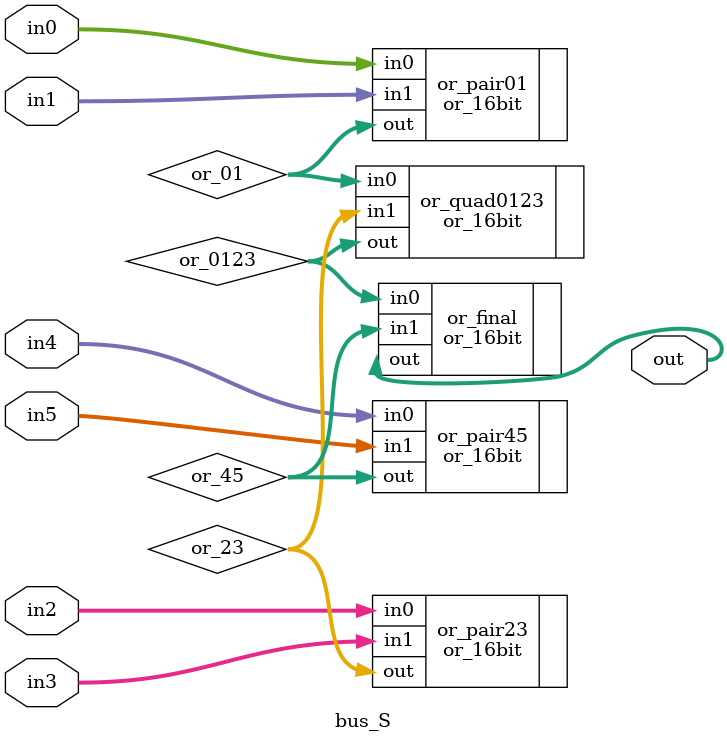
<source format=v>
module bus_S(
    input  wire [15:0] in0,
    input  wire [15:0] in1,
    input  wire [15:0] in2,
    input  wire [15:0] in3,
    input  wire [15:0] in4,
    input  wire [15:0] in5,
    output wire [15:0] out
);

    // 中間ワイヤー
    wire [15:0] or_01, or_23, or_45;
    wire [15:0] or_0123, or_45_temp;

    // 1段目: ペアごとのOR
    or_16bit or_pair01 (.in0(in0), .in1(in1), .out(or_01));
    or_16bit or_pair23 (.in0(in2), .in1(in3), .out(or_23));
    or_16bit or_pair45 (.in0(in4), .in1(in5), .out(or_45));

    // 2段目: 4つの入力を結合
    or_16bit or_quad0123 (.in0(or_01), .in1(or_23), .out(or_0123));

    // 3段目: 6つの入力を結合
    or_16bit or_final (.in0(or_0123), .in1(or_45), .out(out));

endmodule

</source>
